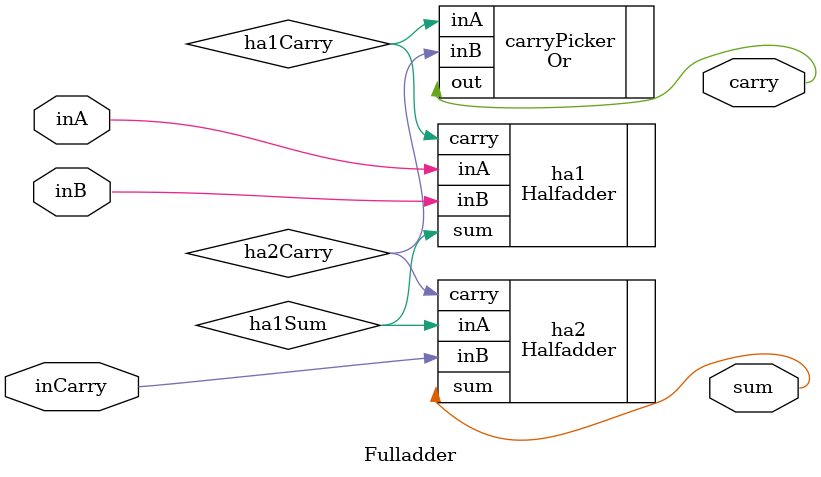
<source format=v>
module Fulladder(sum, carry, inA, inB, inCarry);
    output sum;
    output carry;
    input  inA;
    input  inB;
    input  inCarry;

    wire ha1Sum;
    wire ha1Carry;
    wire ha2Carry;

    Halfadder ha1(.sum(ha1Sum), .carry(ha1Carry), .inA(inA), .inB(inB));
    Halfadder ha2(.sum(sum), .carry(ha2Carry), .inA(ha1Sum), .inB(inCarry));
    Or carryPicker(.out(carry), .inA(ha1Carry), .inB(ha2Carry));
endmodule

</source>
